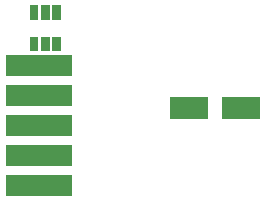
<source format=gbr>
G04 start of page 6 for group -4063 idx -4063 *
G04 Title: led, componentmask *
G04 Creator: pcb 20140316 *
G04 CreationDate: Fri 12 Jan 2018 06:22:56 AM GMT UTC *
G04 For: brian *
G04 Format: Gerber/RS-274X *
G04 PCB-Dimensions (mil): 6000.00 5000.00 *
G04 PCB-Coordinate-Origin: lower left *
%MOIN*%
%FSLAX25Y25*%
%LNTOPMASK*%
%ADD45R,0.0728X0.0728*%
%ADD44R,0.0700X0.0700*%
%ADD43R,0.0291X0.0291*%
G54D43*X56260Y438799D02*Y436831D01*
X60000Y438799D02*Y436831D01*
X63740Y438799D02*Y436831D01*
G54D44*X50500Y380000D02*X65500D01*
X50500Y390000D02*X65500D01*
X50500Y400000D02*X65500D01*
X50500Y410000D02*X65500D01*
G54D45*X105083Y406000D02*X110594D01*
X122406D02*X127917D01*
G54D43*X63740Y428169D02*Y426201D01*
X60000Y428169D02*Y426201D01*
X56260Y428169D02*Y426201D01*
G54D44*X50500Y420000D02*X65500D01*
M02*

</source>
